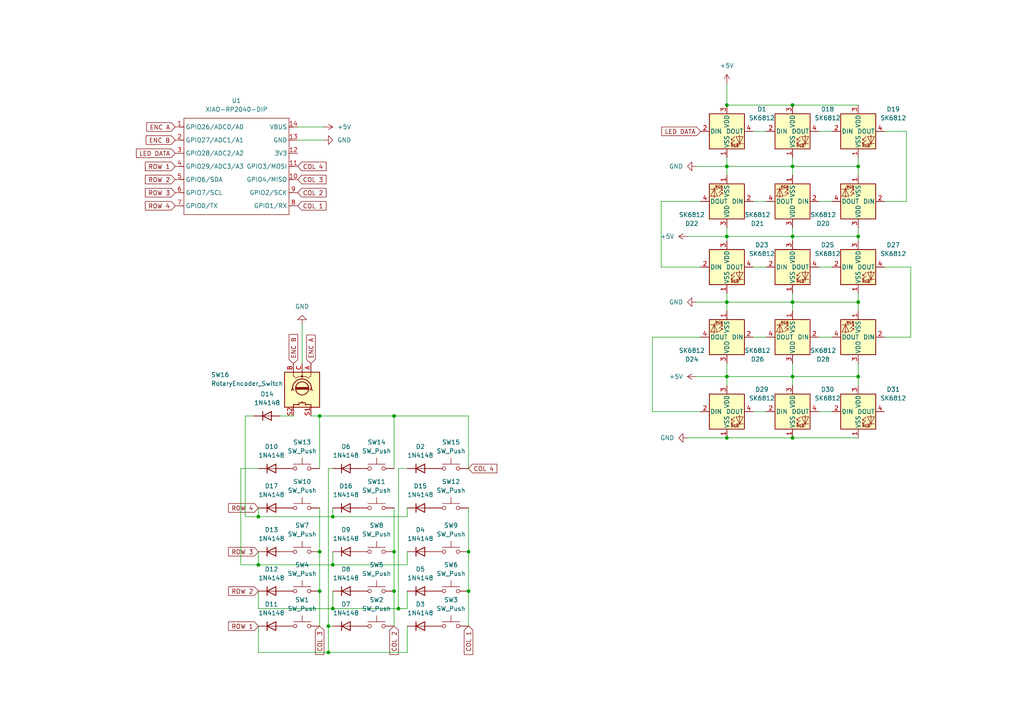
<source format=kicad_sch>
(kicad_sch (version 20250114) (generator "eeschema") (generator_version "9.0")
  (paper "A4")
  (lib_symbols
    (symbol "Device:RotaryEncoder_Switch" (pin_names (offset 0.254) (hide yes))
      (property "Reference" "SW" (at 0 6.604 0))
      (property "Value" "RotaryEncoder_Switch" (at 0 -6.604 0))
      (symbol "RotaryEncoder_Switch_0_1"
        (rectangle (start -5.08 5.08) (end 5.08 -5.08) (stroke (width 0.254)) (fill (type background)))
        (polyline (pts (xy -5.08 2.54) (xy -3.81 2.54) (xy -3.81 2.032)))
        (polyline (pts (xy -5.08 0) (xy -3.81 0) (xy -3.81 -1.016) (xy -3.302 -2.032)))
        (polyline (pts (xy -5.08 -2.54) (xy -3.81 -2.54) (xy -3.81 -2.032)))
        (polyline (pts (xy -4.318 0) (xy -3.81 0) (xy -3.81 1.016) (xy -3.302 2.032)))
        (circle (center -3.81 0) (radius 0.254) (fill (type outline)))
        (polyline (pts (xy -0.635 -1.778) (xy -0.635 1.778)) (stroke (width 0.254)))
        (circle (center -0.381 0) (radius 1.905) (stroke (width 0.254)))
        (polyline (pts (xy -0.381 -1.778) (xy -0.381 1.778)) (stroke (width 0.254)))
        (arc (start -0.381 -2.794) (mid -3.0988 -0.0635) (end -0.381 2.667) (stroke (width 0.254)))
        (polyline (pts (xy -0.127 1.778) (xy -0.127 -1.778)) (stroke (width 0.254)))
        (polyline (pts (xy 0.254 2.921) (xy -0.508 2.667) (xy 0.127 2.286)) (stroke (width 0.254)))
        (polyline (pts (xy 0.254 -3.048) (xy -0.508 -2.794) (xy 0.127 -2.413)) (stroke (width 0.254)))
        (polyline (pts (xy 3.81 1.016) (xy 3.81 -1.016)) (stroke (width 0.254)))
        (polyline (pts (xy 3.81 0) (xy 3.429 0)) (stroke (width 0.254)))
        (circle (center 4.318 1.016) (radius 0.127) (stroke (width 0.254)))
        (circle (center 4.318 -1.016) (radius 0.127) (stroke (width 0.254)))
        (polyline (pts (xy 5.08 2.54) (xy 4.318 2.54) (xy 4.318 1.016)) (stroke (width 0.254)))
        (polyline (pts (xy 5.08 -2.54) (xy 4.318 -2.54) (xy 4.318 -1.016)) (stroke (width 0.254)))
      )
      (symbol "RotaryEncoder_Switch_1_1"
        (pin passive line (at -7.62 2.54 0) (length 2.54) (name "A") (number "A"))
        (pin passive line (at -7.62 0 0) (length 2.54) (name "C") (number "C"))
        (pin passive line (at -7.62 -2.54 0) (length 2.54) (name "B") (number "B"))
        (pin passive line (at 7.62 2.54 180) (length 2.54) (name "S1") (number "S1"))
        (pin passive line (at 7.62 -2.54 180) (length 2.54) (name "S2") (number "S2"))
      )
    )
    (symbol "Diode:1N4148" (pin_numbers (hide yes)) (pin_names (hide yes))
      (property "Reference" "D" (at 0 2.54 0))
      (property "Value" "1N4148" (at 0 -2.54 0))
      (symbol "1N4148_0_1"
        (polyline (pts (xy -1.27 1.27) (xy -1.27 -1.27)) (stroke (width 0.254)))
        (polyline (pts (xy 1.27 1.27) (xy 1.27 -1.27) (xy -1.27 0) (xy 1.27 1.27)) (stroke (width 0.254)))
        (polyline (pts (xy 1.27 0) (xy -1.27 0)))
      )
      (symbol "1N4148_1_1"
        (pin passive line (at -3.81 0 0) (length 2.54) (name "K") (number "1"))
        (pin passive line (at 3.81 0 180) (length 2.54) (name "A") (number "2"))
      )
    )
    (symbol "LED:SK6812" (pin_names (offset 0.254))
      (property "Reference" "D" (at 5.08 5.715 0))
      (property "Value" "SK6812" (at 1.27 -5.715 0))
      (symbol "SK6812_0_0"
        (text "RGB" (at 2.286 -4.191 0) (effects (font (size 0.762 0.762))))
      )
      (symbol "SK6812_0_1"
        (polyline (pts (xy 1.27 -2.54) (xy 1.778 -2.54)))
        (polyline (pts (xy 1.27 -3.556) (xy 1.778 -3.556)))
        (polyline (pts (xy 2.286 -1.524) (xy 1.27 -2.54) (xy 1.27 -2.032)))
        (polyline (pts (xy 2.286 -2.54) (xy 1.27 -3.556) (xy 1.27 -3.048)))
        (polyline (pts (xy 3.683 -1.016) (xy 3.683 -3.556) (xy 3.683 -4.064)))
        (polyline (pts (xy 4.699 -1.524) (xy 2.667 -1.524) (xy 3.683 -3.556) (xy 4.699 -1.524)))
        (polyline (pts (xy 4.699 -3.556) (xy 2.667 -3.556)))
        (rectangle (start 5.08 5.08) (end -5.08 -5.08) (stroke (width 0.254)) (fill (type background)))
      )
      (symbol "SK6812_1_1"
        (pin input line (at -7.62 0 0) (length 2.54) (name "DIN") (number "2"))
        (pin power_in line (at 0 7.62 270) (length 2.54) (name "VDD") (number "3"))
        (pin power_in line (at 0 -7.62 90) (length 2.54) (name "VSS") (number "1"))
        (pin output line (at 7.62 0 180) (length 2.54) (name "DOUT") (number "4"))
      )
    )
    (symbol "OPL Lib:XIAO-RP2040-DIP"
      (property "Reference" "U" (at 0 0 0))
      (property "Value" "XIAO-RP2040-DIP" (at 5.334 -1.778 0))
      (symbol "XIAO-RP2040-DIP_1_0"
        (polyline (pts (xy -1.27 -2.54) (xy 29.21 -2.54)) (stroke (width 0.1524)))
        (polyline (pts (xy -1.27 -5.08) (xy -2.54 -5.08)) (stroke (width 0.1524)))
        (polyline (pts (xy -1.27 -5.08) (xy -1.27 -2.54)) (stroke (width 0.1524)))
        (polyline (pts (xy -1.27 -8.89) (xy -2.54 -8.89)) (stroke (width 0.1524)))
        (polyline (pts (xy -1.27 -8.89) (xy -1.27 -5.08)) (stroke (width 0.1524)))
        (polyline (pts (xy -1.27 -12.7) (xy -2.54 -12.7)) (stroke (width 0.1524)))
        (polyline (pts (xy -1.27 -12.7) (xy -1.27 -8.89)) (stroke (width 0.1524)))
        (polyline (pts (xy -1.27 -16.51) (xy -2.54 -16.51)) (stroke (width 0.1524)))
        (polyline (pts (xy -1.27 -16.51) (xy -1.27 -12.7)) (stroke (width 0.1524)))
        (polyline (pts (xy -1.27 -20.32) (xy -2.54 -20.32)) (stroke (width 0.1524)))
        (polyline (pts (xy -1.27 -24.13) (xy -2.54 -24.13)) (stroke (width 0.1524)))
        (polyline (pts (xy -1.27 -27.94) (xy -2.54 -27.94)) (stroke (width 0.1524)))
        (polyline (pts (xy -1.27 -30.48) (xy -1.27 -16.51)) (stroke (width 0.1524)))
        (polyline (pts (xy 29.21 -2.54) (xy 29.21 -5.08)) (stroke (width 0.1524)))
        (polyline (pts (xy 29.21 -5.08) (xy 29.21 -8.89)) (stroke (width 0.1524)))
        (polyline (pts (xy 29.21 -8.89) (xy 29.21 -12.7)) (stroke (width 0.1524)))
        (polyline (pts (xy 29.21 -12.7) (xy 29.21 -30.48)) (stroke (width 0.1524)))
        (polyline (pts (xy 29.21 -30.48) (xy -1.27 -30.48)) (stroke (width 0.1524)))
        (polyline (pts (xy 30.48 -5.08) (xy 29.21 -5.08)) (stroke (width 0.1524)))
        (polyline (pts (xy 30.48 -8.89) (xy 29.21 -8.89)) (stroke (width 0.1524)))
        (polyline (pts (xy 30.48 -12.7) (xy 29.21 -12.7)) (stroke (width 0.1524)))
        (polyline (pts (xy 30.48 -16.51) (xy 29.21 -16.51)) (stroke (width 0.1524)))
        (polyline (pts (xy 30.48 -20.32) (xy 29.21 -20.32)) (stroke (width 0.1524)))
        (polyline (pts (xy 30.48 -24.13) (xy 29.21 -24.13)) (stroke (width 0.1524)))
        (polyline (pts (xy 30.48 -27.94) (xy 29.21 -27.94)) (stroke (width 0.1524)))
        (pin passive line (at -3.81 -5.08 0) (length 2.54) (name "GPIO26/ADC0/A0") (number "1"))
        (pin passive line (at -3.81 -8.89 0) (length 2.54) (name "GPIO27/ADC1/A1") (number "2"))
        (pin passive line (at -3.81 -12.7 0) (length 2.54) (name "GPIO28/ADC2/A2") (number "3"))
        (pin passive line (at -3.81 -16.51 0) (length 2.54) (name "GPIO29/ADC3/A3") (number "4"))
        (pin passive line (at -3.81 -20.32 0) (length 2.54) (name "GPIO6/SDA") (number "5"))
        (pin passive line (at -3.81 -24.13 0) (length 2.54) (name "GPIO7/SCL") (number "6"))
        (pin passive line (at -3.81 -27.94 0) (length 2.54) (name "GPIO0/TX") (number "7"))
        (pin passive line (at 31.75 -5.08 180) (length 2.54) (name "VBUS") (number "14"))
        (pin passive line (at 31.75 -8.89 180) (length 2.54) (name "GND") (number "13"))
        (pin passive line (at 31.75 -12.7 180) (length 2.54) (name "3V3") (number "12"))
        (pin passive line (at 31.75 -16.51 180) (length 2.54) (name "GPIO3/MOSI") (number "11"))
        (pin passive line (at 31.75 -20.32 180) (length 2.54) (name "GPIO4/MISO") (number "10"))
        (pin passive line (at 31.75 -24.13 180) (length 2.54) (name "GPIO2/SCK") (number "9"))
        (pin passive line (at 31.75 -27.94 180) (length 2.54) (name "GPIO1/RX") (number "8"))
      )
    )
    (symbol "Switch:SW_Push" (pin_numbers (hide yes)) (pin_names (offset 1.016) (hide yes))
      (property "Reference" "SW" (at 1.27 2.54 0))
      (property "Value" "SW_Push" (at 0 -1.524 0))
      (symbol "SW_Push_0_1"
        (circle (center -2.032 0) (radius 0.508))
        (polyline (pts (xy 0 1.27) (xy 0 3.048)))
        (circle (center 2.032 0) (radius 0.508))
        (polyline (pts (xy 2.54 1.27) (xy -2.54 1.27)))
        (pin passive line (at -5.08 0 0) (length 2.54) (name "1") (number "1"))
        (pin passive line (at 5.08 0 180) (length 2.54) (name "2") (number "2"))
      )
    )
    (symbol "power:+5V" (power) (pin_numbers (hide yes)) (pin_names (offset 0) (hide yes))
      (property "Value" "+5V" (at 0 3.556 0))
      (symbol "+5V_0_1"
        (polyline (pts (xy -0.762 1.27) (xy 0 2.54)))
        (polyline (pts (xy 0 2.54) (xy 0.762 1.27)))
        (polyline (pts (xy 0 0) (xy 0 2.54)))
      )
      (symbol "+5V_1_1"
        (pin power_in line (at 0 0 90) (length 0) (name "~") (number "1"))
      )
    )
    (symbol "power:GND" (power) (pin_numbers (hide yes)) (pin_names (offset 0) (hide yes))
      (property "Value" "GND" (at 0 -3.81 0))
      (symbol "GND_0_1"
        (polyline (pts (xy 0 0) (xy 0 -1.27) (xy 1.27 -1.27) (xy 0 -2.54) (xy -1.27 -1.27) (xy 0 -1.27)))
      )
      (symbol "GND_1_1"
        (pin power_in line (at 0 0 270) (length 0) (name "~") (number "1"))
      )
    )
  )
  (junction (at 229.87 127))
  (junction (at 229.87 68.58))
  (junction (at 114.3 160.02))
  (junction (at 95.25 189.23))
  (junction (at 114.3 171.45))
  (junction (at 135.89 160.02))
  (junction (at 210.82 68.58))
  (junction (at 229.87 30.48))
  (junction (at 229.87 87.63))
  (junction (at 248.92 109.22))
  (junction (at 248.92 48.26))
  (junction (at 115.57 176.53))
  (junction (at 92.71 171.45))
  (junction (at 96.52 176.53))
  (junction (at 229.87 48.26))
  (junction (at 135.89 171.45))
  (junction (at 210.82 127))
  (junction (at 114.3 120.65))
  (junction (at 74.93 163.83))
  (junction (at 96.52 149.86))
  (junction (at 229.87 109.22))
  (junction (at 210.82 30.48))
  (junction (at 92.71 120.65))
  (junction (at 210.82 87.63))
  (junction (at 74.93 149.86))
  (junction (at 95.25 181.61))
  (junction (at 210.82 109.22))
  (junction (at 210.82 48.26))
  (junction (at 248.92 68.58))
  (junction (at 248.92 87.63))
  (junction (at 96.52 163.83))
  (junction (at 92.71 160.02))
  (wire (pts (xy 118.11 160.02) (xy 118.11 163.83)))
  (wire (pts (xy 210.82 48.26) (xy 229.87 48.26)))
  (wire (pts (xy 264.16 77.47) (xy 264.16 97.79)))
  (wire (pts (xy 118.11 181.61) (xy 118.11 189.23)))
  (wire (pts (xy 248.92 87.63) (xy 248.92 90.17)))
  (wire (pts (xy 118.11 189.23) (xy 95.25 189.23)))
  (wire (pts (xy 71.12 120.65) (xy 71.12 149.86)))
  (wire (pts (xy 203.2 97.79) (xy 189.23 97.79)))
  (wire (pts (xy 201.93 48.26) (xy 210.82 48.26)))
  (wire (pts (xy 229.87 48.26) (xy 248.92 48.26)))
  (wire (pts (xy 73.66 120.65) (xy 71.12 120.65)))
  (wire (pts (xy 74.93 163.83) (xy 74.93 160.02)))
  (wire (pts (xy 229.87 85.09) (xy 229.87 87.63)))
  (wire (pts (xy 199.39 68.58) (xy 210.82 68.58)))
  (wire (pts (xy 256.54 38.1) (xy 262.89 38.1)))
  (wire (pts (xy 229.87 127) (xy 248.92 127)))
  (wire (pts (xy 74.93 135.89) (xy 69.85 135.89)))
  (wire (pts (xy 201.93 87.63) (xy 210.82 87.63)))
  (wire (pts (xy 218.44 38.1) (xy 222.25 38.1)))
  (wire (pts (xy 114.3 147.32) (xy 114.3 160.02)))
  (wire (pts (xy 114.3 120.65) (xy 114.3 135.89)))
  (wire (pts (xy 92.71 171.45) (xy 92.71 181.61)))
  (wire (pts (xy 96.52 135.89) (xy 95.25 135.89)))
  (wire (pts (xy 229.87 105.41) (xy 229.87 109.22)))
  (wire (pts (xy 262.89 58.42) (xy 256.54 58.42)))
  (wire (pts (xy 248.92 66.04) (xy 248.92 68.58)))
  (wire (pts (xy 210.82 24.13) (xy 210.82 30.48)))
  (wire (pts (xy 237.49 77.47) (xy 241.3 77.47)))
  (wire (pts (xy 74.93 189.23) (xy 74.93 181.61)))
  (wire (pts (xy 135.89 135.89) (xy 135.89 120.65)))
  (wire (pts (xy 248.92 48.26) (xy 248.92 50.8)))
  (wire (pts (xy 81.28 120.65) (xy 85.09 120.65)))
  (wire (pts (xy 210.82 127) (xy 229.87 127)))
  (wire (pts (xy 229.87 45.72) (xy 229.87 48.26)))
  (wire (pts (xy 135.89 171.45) (xy 135.89 181.61)))
  (wire (pts (xy 210.82 66.04) (xy 210.82 68.58)))
  (wire (pts (xy 229.87 66.04) (xy 229.87 68.58)))
  (wire (pts (xy 191.77 58.42) (xy 191.77 77.47)))
  (wire (pts (xy 191.77 77.47) (xy 203.2 77.47)))
  (wire (pts (xy 248.92 68.58) (xy 248.92 69.85)))
  (wire (pts (xy 74.93 147.32) (xy 74.93 149.86)))
  (wire (pts (xy 69.85 163.83) (xy 74.93 163.83)))
  (wire (pts (xy 118.11 147.32) (xy 118.11 149.86)))
  (wire (pts (xy 210.82 48.26) (xy 210.82 50.8)))
  (wire (pts (xy 118.11 149.86) (xy 96.52 149.86)))
  (wire (pts (xy 237.49 38.1) (xy 241.3 38.1)))
  (wire (pts (xy 96.52 160.02) (xy 96.52 163.83)))
  (wire (pts (xy 210.82 68.58) (xy 210.82 69.85)))
  (wire (pts (xy 210.82 109.22) (xy 229.87 109.22)))
  (wire (pts (xy 218.44 77.47) (xy 222.25 77.47)))
  (wire (pts (xy 229.87 87.63) (xy 248.92 87.63)))
  (wire (pts (xy 92.71 120.65) (xy 90.17 120.65)))
  (wire (pts (xy 229.87 87.63) (xy 229.87 90.17)))
  (wire (pts (xy 114.3 160.02) (xy 114.3 171.45)))
  (wire (pts (xy 86.36 36.83) (xy 93.98 36.83)))
  (wire (pts (xy 95.25 135.89) (xy 95.25 181.61)))
  (wire (pts (xy 248.92 30.48) (xy 229.87 30.48)))
  (wire (pts (xy 87.63 93.98) (xy 87.63 105.41)))
  (wire (pts (xy 118.11 135.89) (xy 115.57 135.89)))
  (wire (pts (xy 229.87 109.22) (xy 248.92 109.22)))
  (wire (pts (xy 237.49 58.42) (xy 241.3 58.42)))
  (wire (pts (xy 115.57 176.53) (xy 96.52 176.53)))
  (wire (pts (xy 96.52 181.61) (xy 95.25 181.61)))
  (wire (pts (xy 203.2 58.42) (xy 191.77 58.42)))
  (wire (pts (xy 201.93 109.22) (xy 210.82 109.22)))
  (wire (pts (xy 96.52 163.83) (xy 74.93 163.83)))
  (wire (pts (xy 189.23 119.38) (xy 203.2 119.38)))
  (wire (pts (xy 114.3 120.65) (xy 92.71 120.65)))
  (wire (pts (xy 74.93 176.53) (xy 74.93 171.45)))
  (wire (pts (xy 218.44 58.42) (xy 222.25 58.42)))
  (wire (pts (xy 69.85 135.89) (xy 69.85 163.83)))
  (wire (pts (xy 114.3 171.45) (xy 114.3 181.61)))
  (wire (pts (xy 262.89 38.1) (xy 262.89 58.42)))
  (wire (pts (xy 96.52 176.53) (xy 74.93 176.53)))
  (wire (pts (xy 74.93 149.86) (xy 96.52 149.86)))
  (wire (pts (xy 210.82 85.09) (xy 210.82 87.63)))
  (wire (pts (xy 92.71 120.65) (xy 92.71 135.89)))
  (wire (pts (xy 264.16 97.79) (xy 256.54 97.79)))
  (wire (pts (xy 218.44 119.38) (xy 222.25 119.38)))
  (wire (pts (xy 229.87 30.48) (xy 210.82 30.48)))
  (wire (pts (xy 118.11 171.45) (xy 118.11 176.53)))
  (wire (pts (xy 248.92 45.72) (xy 248.92 48.26)))
  (wire (pts (xy 210.82 68.58) (xy 229.87 68.58)))
  (wire (pts (xy 92.71 160.02) (xy 92.71 171.45)))
  (wire (pts (xy 71.12 149.86) (xy 74.93 149.86)))
  (wire (pts (xy 118.11 163.83) (xy 96.52 163.83)))
  (wire (pts (xy 210.82 109.22) (xy 210.82 111.76)))
  (wire (pts (xy 218.44 97.79) (xy 222.25 97.79)))
  (wire (pts (xy 118.11 176.53) (xy 115.57 176.53)))
  (wire (pts (xy 248.92 109.22) (xy 248.92 111.76)))
  (wire (pts (xy 248.92 85.09) (xy 248.92 87.63)))
  (wire (pts (xy 95.25 189.23) (xy 74.93 189.23)))
  (wire (pts (xy 229.87 68.58) (xy 248.92 68.58)))
  (wire (pts (xy 248.92 105.41) (xy 248.92 109.22)))
  (wire (pts (xy 210.82 45.72) (xy 210.82 48.26)))
  (wire (pts (xy 256.54 77.47) (xy 264.16 77.47)))
  (wire (pts (xy 96.52 149.86) (xy 96.52 147.32)))
  (wire (pts (xy 237.49 119.38) (xy 241.3 119.38)))
  (wire (pts (xy 189.23 97.79) (xy 189.23 119.38)))
  (wire (pts (xy 210.82 105.41) (xy 210.82 109.22)))
  (wire (pts (xy 135.89 160.02) (xy 135.89 171.45)))
  (wire (pts (xy 199.39 127) (xy 210.82 127)))
  (wire (pts (xy 86.36 40.64) (xy 93.98 40.64)))
  (wire (pts (xy 229.87 68.58) (xy 229.87 69.85)))
  (wire (pts (xy 210.82 87.63) (xy 210.82 90.17)))
  (wire (pts (xy 229.87 48.26) (xy 229.87 50.8)))
  (wire (pts (xy 115.57 135.89) (xy 115.57 176.53)))
  (wire (pts (xy 229.87 109.22) (xy 229.87 111.76)))
  (wire (pts (xy 135.89 147.32) (xy 135.89 160.02)))
  (wire (pts (xy 237.49 97.79) (xy 241.3 97.79)))
  (wire (pts (xy 210.82 87.63) (xy 229.87 87.63)))
  (wire (pts (xy 95.25 181.61) (xy 95.25 189.23)))
  (wire (pts (xy 135.89 120.65) (xy 114.3 120.65)))
  (wire (pts (xy 96.52 171.45) (xy 96.52 176.53)))
  (wire (pts (xy 92.71 147.32) (xy 92.71 160.02)))
  (global_label "LED DATA" (shape input) (at 50.8 44.45 180) (property "Intersheetrefs" "${INTERSHEET_REFS}" (effects (hide yes))))
  (global_label "ROW 1" (shape input) (at 50.8 48.26 180) (property "Intersheetrefs" "${INTERSHEET_REFS}" (effects (hide yes))))
  (global_label "COL 3" (shape input) (at 86.36 52.07 0) (property "Intersheetrefs" "${INTERSHEET_REFS}" (effects (hide yes))))
  (global_label "COL 3" (shape input) (at 92.71 181.61 270) (property "Intersheetrefs" "${INTERSHEET_REFS}" (effects (hide yes))))
  (global_label "COL 2" (shape input) (at 114.3 181.61 270) (property "Intersheetrefs" "${INTERSHEET_REFS}" (effects (hide yes))))
  (global_label "COL 1" (shape input) (at 86.36 59.69 0) (property "Intersheetrefs" "${INTERSHEET_REFS}" (effects (hide yes))))
  (global_label "COL 4" (shape input) (at 86.36 48.26 0) (property "Intersheetrefs" "${INTERSHEET_REFS}" (effects (hide yes))))
  (global_label "COL 1" (shape input) (at 135.89 181.61 270) (property "Intersheetrefs" "${INTERSHEET_REFS}" (effects (hide yes))))
  (global_label "ROW 1" (shape input) (at 74.93 181.61 180) (property "Intersheetrefs" "${INTERSHEET_REFS}" (effects (hide yes))))
  (global_label "ENC A" (shape input) (at 50.8 36.83 180) (property "Intersheetrefs" "${INTERSHEET_REFS}" (effects (hide yes))))
  (global_label "ROW 2" (shape input) (at 74.93 171.45 180) (property "Intersheetrefs" "${INTERSHEET_REFS}" (effects (hide yes))))
  (global_label "ROW 4" (shape input) (at 74.93 147.32 180) (property "Intersheetrefs" "${INTERSHEET_REFS}" (effects (hide yes))))
  (global_label "ROW 3" (shape input) (at 50.8 55.88 180) (property "Intersheetrefs" "${INTERSHEET_REFS}" (effects (hide yes))))
  (global_label "ROW 2" (shape input) (at 50.8 52.07 180) (property "Intersheetrefs" "${INTERSHEET_REFS}" (effects (hide yes))))
  (global_label "LED DATA" (shape input) (at 203.2 38.1 180) (property "Intersheetrefs" "${INTERSHEET_REFS}" (effects (hide yes))))
  (global_label "ROW 3" (shape input) (at 74.93 160.02 180) (property "Intersheetrefs" "${INTERSHEET_REFS}" (effects (hide yes))))
  (global_label "COL 2" (shape input) (at 86.36 55.88 0) (property "Intersheetrefs" "${INTERSHEET_REFS}" (effects (hide yes))))
  (global_label "ENC A" (shape input) (at 90.17 105.41 90) (property "Intersheetrefs" "${INTERSHEET_REFS}" (effects (hide yes))))
  (global_label "COL 4" (shape input) (at 135.89 135.89 0) (property "Intersheetrefs" "${INTERSHEET_REFS}" (effects (hide yes))))
  (global_label "ROW 4" (shape input) (at 50.8 59.69 180) (property "Intersheetrefs" "${INTERSHEET_REFS}" (effects (hide yes))))
  (global_label "ENC B" (shape input) (at 85.09 105.41 90) (property "Intersheetrefs" "${INTERSHEET_REFS}" (effects (hide yes))))
  (global_label "ENC B" (shape input) (at 50.8 40.64 180) (property "Intersheetrefs" "${INTERSHEET_REFS}" (effects (hide yes))))
  (symbol (lib_id "Diode:1N4148") (at 78.74 147.32 0) (unit 1)
    (property "Reference" "D17" (at 78.74 140.97 0))
    (property "Value" "1N4148" (at 78.74 143.51 0))
    (property "Footprint" "Diode_THT:D_DO-35_SOD27_P7.62mm_Horizontal" (effects (hide yes)))
    (property "Datasheet" "https://assets.nexperia.com/documents/data-sheet/1N4148_1N4448.pdf" (effects (hide yes)))
    (property "Description" "100V 0.15A standard switching diode, DO-35" (effects (hide yes)))
    (property "Sim.Device" "D" (effects (hide yes)))
    (property "Sim.Pins" "1=K 2=A" (effects (hide yes)))
  )
  (symbol (lib_id "Diode:1N4148") (at 100.33 147.32 0) (unit 1)
    (property "Reference" "D16" (at 100.33 140.97 0))
    (property "Value" "1N4148" (at 100.33 143.51 0))
    (property "Footprint" "Diode_THT:D_DO-35_SOD27_P7.62mm_Horizontal" (effects (hide yes)))
    (property "Datasheet" "https://assets.nexperia.com/documents/data-sheet/1N4148_1N4448.pdf" (effects (hide yes)))
    (property "Description" "100V 0.15A standard switching diode, DO-35" (effects (hide yes)))
    (property "Sim.Device" "D" (effects (hide yes)))
    (property "Sim.Pins" "1=K 2=A" (effects (hide yes)))
  )
  (symbol (lib_id "power:GND") (at 87.63 93.98 180) (unit 1)
    (property "Reference" "#PWR03" (effects (hide yes)))
    (property "Value" "GND" (at 87.63 88.9 0))
    (property "Description" "Power symbol creates a global label with name \"GND\" , ground" (effects (hide yes)))
  )
  (symbol (lib_id "Diode:1N4148") (at 100.33 135.89 0) (unit 1)
    (property "Reference" "D6" (at 100.33 129.54 0))
    (property "Value" "1N4148" (at 100.33 132.08 0))
    (property "Footprint" "Diode_THT:D_DO-35_SOD27_P7.62mm_Horizontal" (effects (hide yes)))
    (property "Datasheet" "https://assets.nexperia.com/documents/data-sheet/1N4148_1N4448.pdf" (effects (hide yes)))
    (property "Description" "100V 0.15A standard switching diode, DO-35" (effects (hide yes)))
    (property "Sim.Device" "D" (effects (hide yes)))
    (property "Sim.Pins" "1=K 2=A" (effects (hide yes)))
  )
  (symbol (lib_id "Switch:SW_Push") (at 109.22 181.61 0) (unit 1)
    (property "Reference" "SW2" (at 109.22 173.99 0))
    (property "Value" "SW_Push" (at 109.22 176.53 0))
    (property "Footprint" "Button_Switch_Keyboard:SW_Cherry_MX_1.00u_PCB" (effects (hide yes)))
    (property "Description" "Push button switch, generic, two pins" (effects (hide yes)))
  )
  (symbol (lib_id "OPL Lib:XIAO-RP2040-DIP") (at 54.61 31.75 0) (unit 1)
    (property "Reference" "U1" (at 68.58 29.21 0))
    (property "Value" "XIAO-RP2040-DIP" (at 68.58 31.75 0))
    (property "Footprint" "OPL Lib:XIAO-RP2040-SMD" (effects (hide yes)))
  )
  (symbol (lib_id "LED:SK6812") (at 210.82 77.47 0) (unit 1)
    (property "Reference" "D23" (at 220.98 71.0498 0))
    (property "Value" "SK6812" (at 220.98 73.5898 0))
    (property "Footprint" "LED_SMD:LED_SK6812MINI_PLCC4_3.5x3.5mm_P1.75mm" (effects (hide yes)))
    (property "Datasheet" "https://cdn-shop.adafruit.com/product-files/1138/SK6812+LED+datasheet+.pdf" (effects (hide yes)))
    (property "Description" "RGB LED with integrated controller" (effects (hide yes)))
  )
  (symbol (lib_id "Switch:SW_Push") (at 109.22 147.32 0) (unit 1)
    (property "Reference" "SW11" (at 109.22 139.7 0))
    (property "Value" "SW_Push" (at 109.22 142.24 0))
    (property "Footprint" "Button_Switch_Keyboard:SW_Cherry_MX_1.00u_PCB" (effects (hide yes)))
    (property "Description" "Push button switch, generic, two pins" (effects (hide yes)))
  )
  (symbol (lib_id "Switch:SW_Push") (at 87.63 171.45 0) (unit 1)
    (property "Reference" "SW4" (at 87.63 163.83 0))
    (property "Value" "SW_Push" (at 87.63 166.37 0))
    (property "Footprint" "Button_Switch_Keyboard:SW_Cherry_MX_1.00u_PCB" (effects (hide yes)))
    (property "Description" "Push button switch, generic, two pins" (effects (hide yes)))
  )
  (symbol (lib_id "Switch:SW_Push") (at 130.81 171.45 0) (unit 1)
    (property "Reference" "SW6" (at 130.81 163.83 0))
    (property "Value" "SW_Push" (at 130.81 166.37 0))
    (property "Footprint" "Button_Switch_Keyboard:SW_Cherry_MX_1.00u_PCB" (effects (hide yes)))
    (property "Description" "Push button switch, generic, two pins" (effects (hide yes)))
  )
  (symbol (lib_id "Diode:1N4148") (at 100.33 181.61 0) (unit 1)
    (property "Reference" "D7" (at 100.33 175.26 0))
    (property "Value" "1N4148" (at 100.33 177.8 0))
    (property "Footprint" "Diode_THT:D_DO-35_SOD27_P7.62mm_Horizontal" (effects (hide yes)))
    (property "Datasheet" "https://assets.nexperia.com/documents/data-sheet/1N4148_1N4448.pdf" (effects (hide yes)))
    (property "Description" "100V 0.15A standard switching diode, DO-35" (effects (hide yes)))
    (property "Sim.Device" "D" (effects (hide yes)))
    (property "Sim.Pins" "1=K 2=A" (effects (hide yes)))
  )
  (symbol (lib_id "LED:SK6812") (at 248.92 38.1 0) (unit 1)
    (property "Reference" "D19" (at 259.08 31.6798 0))
    (property "Value" "SK6812" (at 259.08 34.2198 0))
    (property "Footprint" "LED_SMD:LED_SK6812MINI_PLCC4_3.5x3.5mm_P1.75mm" (effects (hide yes)))
    (property "Datasheet" "https://cdn-shop.adafruit.com/product-files/1138/SK6812+LED+datasheet+.pdf" (effects (hide yes)))
    (property "Description" "RGB LED with integrated controller" (effects (hide yes)))
  )
  (symbol (lib_id "Diode:1N4148") (at 77.47 120.65 0) (unit 1)
    (property "Reference" "D14" (at 77.47 114.3 0))
    (property "Value" "1N4148" (at 77.47 116.84 0))
    (property "Footprint" "Diode_THT:D_DO-35_SOD27_P7.62mm_Horizontal" (effects (hide yes)))
    (property "Datasheet" "https://assets.nexperia.com/documents/data-sheet/1N4148_1N4448.pdf" (effects (hide yes)))
    (property "Description" "100V 0.15A standard switching diode, DO-35" (effects (hide yes)))
    (property "Sim.Device" "D" (effects (hide yes)))
    (property "Sim.Pins" "1=K 2=A" (effects (hide yes)))
  )
  (symbol (lib_id "Switch:SW_Push") (at 87.63 147.32 0) (unit 1)
    (property "Reference" "SW10" (at 87.63 139.7 0))
    (property "Value" "SW_Push" (at 87.63 142.24 0))
    (property "Footprint" "Button_Switch_Keyboard:SW_Cherry_MX_1.00u_PCB" (effects (hide yes)))
    (property "Description" "Push button switch, generic, two pins" (effects (hide yes)))
  )
  (symbol (lib_id "Switch:SW_Push") (at 87.63 181.61 0) (unit 1)
    (property "Reference" "SW1" (at 87.63 173.99 0))
    (property "Value" "SW_Push" (at 87.63 176.53 0))
    (property "Footprint" "Button_Switch_Keyboard:SW_Cherry_MX_1.00u_PCB" (effects (hide yes)))
    (property "Description" "Push button switch, generic, two pins" (effects (hide yes)))
  )
  (symbol (lib_id "Switch:SW_Push") (at 87.63 135.89 0) (unit 1)
    (property "Reference" "SW13" (at 87.63 128.27 0))
    (property "Value" "SW_Push" (at 87.63 130.81 0))
    (property "Footprint" "Button_Switch_Keyboard:SW_Cherry_MX_1.00u_PCB" (effects (hide yes)))
    (property "Description" "Push button switch, generic, two pins" (effects (hide yes)))
  )
  (symbol (lib_id "Diode:1N4148") (at 121.92 135.89 0) (unit 1)
    (property "Reference" "D2" (at 121.92 129.54 0))
    (property "Value" "1N4148" (at 121.92 132.08 0))
    (property "Footprint" "Diode_THT:D_DO-35_SOD27_P7.62mm_Horizontal" (effects (hide yes)))
    (property "Datasheet" "https://assets.nexperia.com/documents/data-sheet/1N4148_1N4448.pdf" (effects (hide yes)))
    (property "Description" "100V 0.15A standard switching diode, DO-35" (effects (hide yes)))
    (property "Sim.Device" "D" (effects (hide yes)))
    (property "Sim.Pins" "1=K 2=A" (effects (hide yes)))
  )
  (symbol (lib_id "Diode:1N4148") (at 100.33 171.45 0) (unit 1)
    (property "Reference" "D8" (at 100.33 165.1 0))
    (property "Value" "1N4148" (at 100.33 167.64 0))
    (property "Footprint" "Diode_THT:D_DO-35_SOD27_P7.62mm_Horizontal" (effects (hide yes)))
    (property "Datasheet" "https://assets.nexperia.com/documents/data-sheet/1N4148_1N4448.pdf" (effects (hide yes)))
    (property "Description" "100V 0.15A standard switching diode, DO-35" (effects (hide yes)))
    (property "Sim.Device" "D" (effects (hide yes)))
    (property "Sim.Pins" "1=K 2=A" (effects (hide yes)))
  )
  (symbol (lib_id "LED:SK6812") (at 210.82 119.38 0) (unit 1)
    (property "Reference" "D29" (at 220.98 112.9598 0))
    (property "Value" "SK6812" (at 220.98 115.4998 0))
    (property "Footprint" "LED_SMD:LED_SK6812MINI_PLCC4_3.5x3.5mm_P1.75mm" (effects (hide yes)))
    (property "Datasheet" "https://cdn-shop.adafruit.com/product-files/1138/SK6812+LED+datasheet+.pdf" (effects (hide yes)))
    (property "Description" "RGB LED with integrated controller" (effects (hide yes)))
  )
  (symbol (lib_id "power:+5V") (at 93.98 36.83 270) (unit 1)
    (property "Reference" "#PWR02" (effects (hide yes)))
    (property "Value" "+5V" (at 97.79 36.8299 90) (effects (justify left)))
    (property "Description" "Power symbol creates a global label with name \"+5V\"" (effects (hide yes)))
  )
  (symbol (lib_id "LED:SK6812") (at 248.92 97.79 180) (unit 1)
    (property "Reference" "D28" (at 238.76 104.2102 0))
    (property "Value" "SK6812" (at 238.76 101.6702 0))
    (property "Footprint" "LED_SMD:LED_SK6812MINI_PLCC4_3.5x3.5mm_P1.75mm" (effects (hide yes)))
    (property "Datasheet" "https://cdn-shop.adafruit.com/product-files/1138/SK6812+LED+datasheet+.pdf" (effects (hide yes)))
    (property "Description" "RGB LED with integrated controller" (effects (hide yes)))
  )
  (symbol (lib_id "LED:SK6812") (at 210.82 38.1 0) (unit 1)
    (property "Reference" "D1" (at 220.98 31.6798 0))
    (property "Value" "SK6812" (at 220.98 34.2198 0))
    (property "Footprint" "LED_SMD:LED_SK6812MINI_PLCC4_3.5x3.5mm_P1.75mm" (effects (hide yes)))
    (property "Datasheet" "https://cdn-shop.adafruit.com/product-files/1138/SK6812+LED+datasheet+.pdf" (effects (hide yes)))
    (property "Description" "RGB LED with integrated controller" (effects (hide yes)))
  )
  (symbol (lib_id "LED:SK6812") (at 229.87 77.47 0) (unit 1)
    (property "Reference" "D25" (at 240.03 71.0498 0))
    (property "Value" "SK6812" (at 240.03 73.5898 0))
    (property "Footprint" "LED_SMD:LED_SK6812MINI_PLCC4_3.5x3.5mm_P1.75mm" (effects (hide yes)))
    (property "Datasheet" "https://cdn-shop.adafruit.com/product-files/1138/SK6812+LED+datasheet+.pdf" (effects (hide yes)))
    (property "Description" "RGB LED with integrated controller" (effects (hide yes)))
  )
  (symbol (lib_id "LED:SK6812") (at 248.92 58.42 180) (unit 1)
    (property "Reference" "D20" (at 238.76 64.8402 0))
    (property "Value" "SK6812" (at 238.76 62.3002 0))
    (property "Footprint" "LED_SMD:LED_SK6812MINI_PLCC4_3.5x3.5mm_P1.75mm" (effects (hide yes)))
    (property "Datasheet" "https://cdn-shop.adafruit.com/product-files/1138/SK6812+LED+datasheet+.pdf" (effects (hide yes)))
    (property "Description" "RGB LED with integrated controller" (effects (hide yes)))
  )
  (symbol (lib_id "power:GND") (at 199.39 127 270) (unit 1)
    (property "Reference" "#PWR09" (effects (hide yes)))
    (property "Value" "GND" (at 195.58 126.9999 90) (effects (justify right)))
    (property "Description" "Power symbol creates a global label with name \"GND\" , ground" (effects (hide yes)))
  )
  (symbol (lib_id "LED:SK6812") (at 229.87 97.79 180) (unit 1)
    (property "Reference" "D26" (at 219.71 104.2102 0))
    (property "Value" "SK6812" (at 219.71 101.6702 0))
    (property "Footprint" "LED_SMD:LED_SK6812MINI_PLCC4_3.5x3.5mm_P1.75mm" (effects (hide yes)))
    (property "Datasheet" "https://cdn-shop.adafruit.com/product-files/1138/SK6812+LED+datasheet+.pdf" (effects (hide yes)))
    (property "Description" "RGB LED with integrated controller" (effects (hide yes)))
  )
  (symbol (lib_id "power:GND") (at 201.93 87.63 270) (unit 1)
    (property "Reference" "#PWR07" (effects (hide yes)))
    (property "Value" "GND" (at 198.12 87.6299 90) (effects (justify right)))
    (property "Description" "Power symbol creates a global label with name \"GND\" , ground" (effects (hide yes)))
  )
  (symbol (lib_id "power:GND") (at 93.98 40.64 90) (unit 1)
    (property "Reference" "#PWR01" (effects (hide yes)))
    (property "Value" "GND" (at 97.79 40.6399 90) (effects (justify right)))
    (property "Description" "Power symbol creates a global label with name \"GND\" , ground" (effects (hide yes)))
  )
  (symbol (lib_id "LED:SK6812") (at 229.87 119.38 0) (unit 1)
    (property "Reference" "D30" (at 240.03 112.9598 0))
    (property "Value" "SK6812" (at 240.03 115.4998 0))
    (property "Footprint" "LED_SMD:LED_SK6812MINI_PLCC4_3.5x3.5mm_P1.75mm" (effects (hide yes)))
    (property "Datasheet" "https://cdn-shop.adafruit.com/product-files/1138/SK6812+LED+datasheet+.pdf" (effects (hide yes)))
    (property "Description" "RGB LED with integrated controller" (effects (hide yes)))
  )
  (symbol (lib_id "Switch:SW_Push") (at 130.81 160.02 0) (unit 1)
    (property "Reference" "SW9" (at 130.81 152.4 0))
    (property "Value" "SW_Push" (at 130.81 154.94 0))
    (property "Footprint" "Button_Switch_Keyboard:SW_Cherry_MX_1.00u_PCB" (effects (hide yes)))
    (property "Description" "Push button switch, generic, two pins" (effects (hide yes)))
  )
  (symbol (lib_id "power:+5V") (at 210.82 24.13 0) (unit 1)
    (property "Reference" "#PWR04" (effects (hide yes)))
    (property "Value" "+5V" (at 210.82 19.05 0))
    (property "Description" "Power symbol creates a global label with name \"+5V\"" (effects (hide yes)))
  )
  (symbol (lib_id "power:+5V") (at 201.93 109.22 90) (unit 1)
    (property "Reference" "#PWR08" (effects (hide yes)))
    (property "Value" "+5V" (at 198.12 109.2199 90) (effects (justify left)))
    (property "Description" "Power symbol creates a global label with name \"+5V\"" (effects (hide yes)))
  )
  (symbol (lib_id "LED:SK6812") (at 229.87 38.1 0) (unit 1)
    (property "Reference" "D18" (at 240.03 31.6798 0))
    (property "Value" "SK6812" (at 240.03 34.2198 0))
    (property "Footprint" "LED_SMD:LED_SK6812MINI_PLCC4_3.5x3.5mm_P1.75mm" (effects (hide yes)))
    (property "Datasheet" "https://cdn-shop.adafruit.com/product-files/1138/SK6812+LED+datasheet+.pdf" (effects (hide yes)))
    (property "Description" "RGB LED with integrated controller" (effects (hide yes)))
  )
  (symbol (lib_id "Switch:SW_Push") (at 130.81 135.89 0) (unit 1)
    (property "Reference" "SW15" (at 130.81 128.27 0))
    (property "Value" "SW_Push" (at 130.81 130.81 0))
    (property "Footprint" "Button_Switch_Keyboard:SW_Cherry_MX_1.00u_PCB" (effects (hide yes)))
    (property "Description" "Push button switch, generic, two pins" (effects (hide yes)))
  )
  (symbol (lib_id "Switch:SW_Push") (at 130.81 147.32 0) (unit 1)
    (property "Reference" "SW12" (at 130.81 139.7 0))
    (property "Value" "SW_Push" (at 130.81 142.24 0))
    (property "Footprint" "Button_Switch_Keyboard:SW_Cherry_MX_1.00u_PCB" (effects (hide yes)))
    (property "Description" "Push button switch, generic, two pins" (effects (hide yes)))
  )
  (symbol (lib_id "Switch:SW_Push") (at 130.81 181.61 0) (unit 1)
    (property "Reference" "SW3" (at 130.81 173.99 0))
    (property "Value" "SW_Push" (at 130.81 176.53 0))
    (property "Footprint" "Button_Switch_Keyboard:SW_Cherry_MX_1.00u_PCB" (effects (hide yes)))
    (property "Description" "Push button switch, generic, two pins" (effects (hide yes)))
  )
  (symbol (lib_id "Device:RotaryEncoder_Switch") (at 87.63 113.03 270) (unit 1)
    (property "Reference" "SW16" (at 61.214 108.712 90) (effects (justify left)))
    (property "Value" "RotaryEncoder_Switch" (at 61.214 111.252 90) (effects (justify left)))
    (property "Footprint" "Rotary_Encoder:RotaryEncoder_Alps_EC11E-Switch_Vertical_H20mm" (effects (hide yes)))
    (property "Description" "Rotary encoder, dual channel, incremental quadrate outputs, with switch" (effects (hide yes)))
  )
  (symbol (lib_id "Switch:SW_Push") (at 109.22 135.89 0) (unit 1)
    (property "Reference" "SW14" (at 109.22 128.27 0))
    (property "Value" "SW_Push" (at 109.22 130.81 0))
    (property "Footprint" "Button_Switch_Keyboard:SW_Cherry_MX_1.00u_PCB" (effects (hide yes)))
    (property "Description" "Push button switch, generic, two pins" (effects (hide yes)))
  )
  (symbol (lib_id "Diode:1N4148") (at 121.92 160.02 0) (unit 1)
    (property "Reference" "D4" (at 121.92 153.67 0))
    (property "Value" "1N4148" (at 121.92 156.21 0))
    (property "Footprint" "Diode_THT:D_DO-35_SOD27_P7.62mm_Horizontal" (effects (hide yes)))
    (property "Datasheet" "https://assets.nexperia.com/documents/data-sheet/1N4148_1N4448.pdf" (effects (hide yes)))
    (property "Description" "100V 0.15A standard switching diode, DO-35" (effects (hide yes)))
    (property "Sim.Device" "D" (effects (hide yes)))
    (property "Sim.Pins" "1=K 2=A" (effects (hide yes)))
  )
  (symbol (lib_id "Diode:1N4148") (at 78.74 160.02 0) (unit 1)
    (property "Reference" "D13" (at 78.74 153.67 0))
    (property "Value" "1N4148" (at 78.74 156.21 0))
    (property "Footprint" "Diode_THT:D_DO-35_SOD27_P7.62mm_Horizontal" (effects (hide yes)))
    (property "Datasheet" "https://assets.nexperia.com/documents/data-sheet/1N4148_1N4448.pdf" (effects (hide yes)))
    (property "Description" "100V 0.15A standard switching diode, DO-35" (effects (hide yes)))
    (property "Sim.Device" "D" (effects (hide yes)))
    (property "Sim.Pins" "1=K 2=A" (effects (hide yes)))
  )
  (symbol (lib_id "Switch:SW_Push") (at 87.63 160.02 0) (unit 1)
    (property "Reference" "SW7" (at 87.63 152.4 0))
    (property "Value" "SW_Push" (at 87.63 154.94 0))
    (property "Footprint" "Button_Switch_Keyboard:SW_Cherry_MX_1.00u_PCB" (effects (hide yes)))
    (property "Description" "Push button switch, generic, two pins" (effects (hide yes)))
  )
  (symbol (lib_id "Diode:1N4148") (at 78.74 181.61 0) (unit 1)
    (property "Reference" "D11" (at 78.74 175.26 0))
    (property "Value" "1N4148" (at 78.74 177.8 0))
    (property "Footprint" "Diode_THT:D_DO-35_SOD27_P7.62mm_Horizontal" (effects (hide yes)))
    (property "Datasheet" "https://assets.nexperia.com/documents/data-sheet/1N4148_1N4448.pdf" (effects (hide yes)))
    (property "Description" "100V 0.15A standard switching diode, DO-35" (effects (hide yes)))
    (property "Sim.Device" "D" (effects (hide yes)))
    (property "Sim.Pins" "1=K 2=A" (effects (hide yes)))
  )
  (symbol (lib_id "Diode:1N4148") (at 78.74 171.45 0) (unit 1)
    (property "Reference" "D12" (at 78.74 165.1 0))
    (property "Value" "1N4148" (at 78.74 167.64 0))
    (property "Footprint" "Diode_THT:D_DO-35_SOD27_P7.62mm_Horizontal" (effects (hide yes)))
    (property "Datasheet" "https://assets.nexperia.com/documents/data-sheet/1N4148_1N4448.pdf" (effects (hide yes)))
    (property "Description" "100V 0.15A standard switching diode, DO-35" (effects (hide yes)))
    (property "Sim.Device" "D" (effects (hide yes)))
    (property "Sim.Pins" "1=K 2=A" (effects (hide yes)))
  )
  (symbol (lib_id "LED:SK6812") (at 210.82 97.79 180) (unit 1)
    (property "Reference" "D24" (at 200.66 104.2102 0))
    (property "Value" "SK6812" (at 200.66 101.6702 0))
    (property "Footprint" "LED_SMD:LED_SK6812MINI_PLCC4_3.5x3.5mm_P1.75mm" (effects (hide yes)))
    (property "Datasheet" "https://cdn-shop.adafruit.com/product-files/1138/SK6812+LED+datasheet+.pdf" (effects (hide yes)))
    (property "Description" "RGB LED with integrated controller" (effects (hide yes)))
  )
  (symbol (lib_id "Diode:1N4148") (at 100.33 160.02 0) (unit 1)
    (property "Reference" "D9" (at 100.33 153.67 0))
    (property "Value" "1N4148" (at 100.33 156.21 0))
    (property "Footprint" "Diode_THT:D_DO-35_SOD27_P7.62mm_Horizontal" (effects (hide yes)))
    (property "Datasheet" "https://assets.nexperia.com/documents/data-sheet/1N4148_1N4448.pdf" (effects (hide yes)))
    (property "Description" "100V 0.15A standard switching diode, DO-35" (effects (hide yes)))
    (property "Sim.Device" "D" (effects (hide yes)))
    (property "Sim.Pins" "1=K 2=A" (effects (hide yes)))
  )
  (symbol (lib_id "power:+5V") (at 199.39 68.58 90) (unit 1)
    (property "Reference" "#PWR06" (effects (hide yes)))
    (property "Value" "+5V" (at 195.58 68.5799 90) (effects (justify left)))
    (property "Description" "Power symbol creates a global label with name \"+5V\"" (effects (hide yes)))
  )
  (symbol (lib_id "Switch:SW_Push") (at 109.22 160.02 0) (unit 1)
    (property "Reference" "SW8" (at 109.22 152.4 0))
    (property "Value" "SW_Push" (at 109.22 154.94 0))
    (property "Footprint" "Button_Switch_Keyboard:SW_Cherry_MX_1.00u_PCB" (effects (hide yes)))
    (property "Description" "Push button switch, generic, two pins" (effects (hide yes)))
  )
  (symbol (lib_id "power:GND") (at 201.93 48.26 270) (unit 1)
    (property "Reference" "#PWR05" (effects (hide yes)))
    (property "Value" "GND" (at 198.12 48.2599 90) (effects (justify right)))
    (property "Description" "Power symbol creates a global label with name \"GND\" , ground" (effects (hide yes)))
  )
  (symbol (lib_id "Diode:1N4148") (at 121.92 171.45 0) (unit 1)
    (property "Reference" "D5" (at 121.92 165.1 0))
    (property "Value" "1N4148" (at 121.92 167.64 0))
    (property "Footprint" "Diode_THT:D_DO-35_SOD27_P7.62mm_Horizontal" (effects (hide yes)))
    (property "Datasheet" "https://assets.nexperia.com/documents/data-sheet/1N4148_1N4448.pdf" (effects (hide yes)))
    (property "Description" "100V 0.15A standard switching diode, DO-35" (effects (hide yes)))
    (property "Sim.Device" "D" (effects (hide yes)))
    (property "Sim.Pins" "1=K 2=A" (effects (hide yes)))
  )
  (symbol (lib_id "Switch:SW_Push") (at 109.22 171.45 0) (unit 1)
    (property "Reference" "SW5" (at 109.22 163.83 0))
    (property "Value" "SW_Push" (at 109.22 166.37 0))
    (property "Footprint" "Button_Switch_Keyboard:SW_Cherry_MX_1.00u_PCB" (effects (hide yes)))
    (property "Description" "Push button switch, generic, two pins" (effects (hide yes)))
  )
  (symbol (lib_id "LED:SK6812") (at 210.82 58.42 180) (unit 1)
    (property "Reference" "D22" (at 200.66 64.8402 0))
    (property "Value" "SK6812" (at 200.66 62.3002 0))
    (property "Footprint" "LED_SMD:LED_SK6812MINI_PLCC4_3.5x3.5mm_P1.75mm" (effects (hide yes)))
    (property "Datasheet" "https://cdn-shop.adafruit.com/product-files/1138/SK6812+LED+datasheet+.pdf" (effects (hide yes)))
    (property "Description" "RGB LED with integrated controller" (effects (hide yes)))
  )
  (symbol (lib_id "LED:SK6812") (at 229.87 58.42 180) (unit 1)
    (property "Reference" "D21" (at 219.71 64.8402 0))
    (property "Value" "SK6812" (at 219.71 62.3002 0))
    (property "Footprint" "LED_SMD:LED_SK6812MINI_PLCC4_3.5x3.5mm_P1.75mm" (effects (hide yes)))
    (property "Datasheet" "https://cdn-shop.adafruit.com/product-files/1138/SK6812+LED+datasheet+.pdf" (effects (hide yes)))
    (property "Description" "RGB LED with integrated controller" (effects (hide yes)))
  )
  (symbol (lib_id "Diode:1N4148") (at 121.92 181.61 0) (unit 1)
    (property "Reference" "D3" (at 121.92 175.26 0))
    (property "Value" "1N4148" (at 121.92 177.8 0))
    (property "Footprint" "Diode_THT:D_DO-35_SOD27_P7.62mm_Horizontal" (effects (hide yes)))
    (property "Datasheet" "https://assets.nexperia.com/documents/data-sheet/1N4148_1N4448.pdf" (effects (hide yes)))
    (property "Description" "100V 0.15A standard switching diode, DO-35" (effects (hide yes)))
    (property "Sim.Device" "D" (effects (hide yes)))
    (property "Sim.Pins" "1=K 2=A" (effects (hide yes)))
  )
  (symbol (lib_id "Diode:1N4148") (at 78.74 135.89 0) (unit 1)
    (property "Reference" "D10" (at 78.74 129.54 0))
    (property "Value" "1N4148" (at 78.74 132.08 0))
    (property "Footprint" "Diode_THT:D_DO-35_SOD27_P7.62mm_Horizontal" (effects (hide yes)))
    (property "Datasheet" "https://assets.nexperia.com/documents/data-sheet/1N4148_1N4448.pdf" (effects (hide yes)))
    (property "Description" "100V 0.15A standard switching diode, DO-35" (effects (hide yes)))
    (property "Sim.Device" "D" (effects (hide yes)))
    (property "Sim.Pins" "1=K 2=A" (effects (hide yes)))
  )
  (symbol (lib_id "LED:SK6812") (at 248.92 119.38 0) (unit 1)
    (property "Reference" "D31" (at 259.08 112.9598 0))
    (property "Value" "SK6812" (at 259.08 115.4998 0))
    (property "Footprint" "LED_SMD:LED_SK6812MINI_PLCC4_3.5x3.5mm_P1.75mm" (effects (hide yes)))
    (property "Datasheet" "https://cdn-shop.adafruit.com/product-files/1138/SK6812+LED+datasheet+.pdf" (effects (hide yes)))
    (property "Description" "RGB LED with integrated controller" (effects (hide yes)))
  )
  (symbol (lib_id "Diode:1N4148") (at 121.92 147.32 0) (unit 1)
    (property "Reference" "D15" (at 121.92 140.97 0))
    (property "Value" "1N4148" (at 121.92 143.51 0))
    (property "Footprint" "Diode_THT:D_DO-35_SOD27_P7.62mm_Horizontal" (effects (hide yes)))
    (property "Datasheet" "https://assets.nexperia.com/documents/data-sheet/1N4148_1N4448.pdf" (effects (hide yes)))
    (property "Description" "100V 0.15A standard switching diode, DO-35" (effects (hide yes)))
    (property "Sim.Device" "D" (effects (hide yes)))
    (property "Sim.Pins" "1=K 2=A" (effects (hide yes)))
  )
  (symbol (lib_id "LED:SK6812") (at 248.92 77.47 0) (unit 1)
    (property "Reference" "D27" (at 259.08 71.0498 0))
    (property "Value" "SK6812" (at 259.08 73.5898 0))
    (property "Footprint" "LED_SMD:LED_SK6812MINI_PLCC4_3.5x3.5mm_P1.75mm" (effects (hide yes)))
    (property "Datasheet" "https://cdn-shop.adafruit.com/product-files/1138/SK6812+LED+datasheet+.pdf" (effects (hide yes)))
    (property "Description" "RGB LED with integrated controller" (effects (hide yes)))
  )
)
</source>
